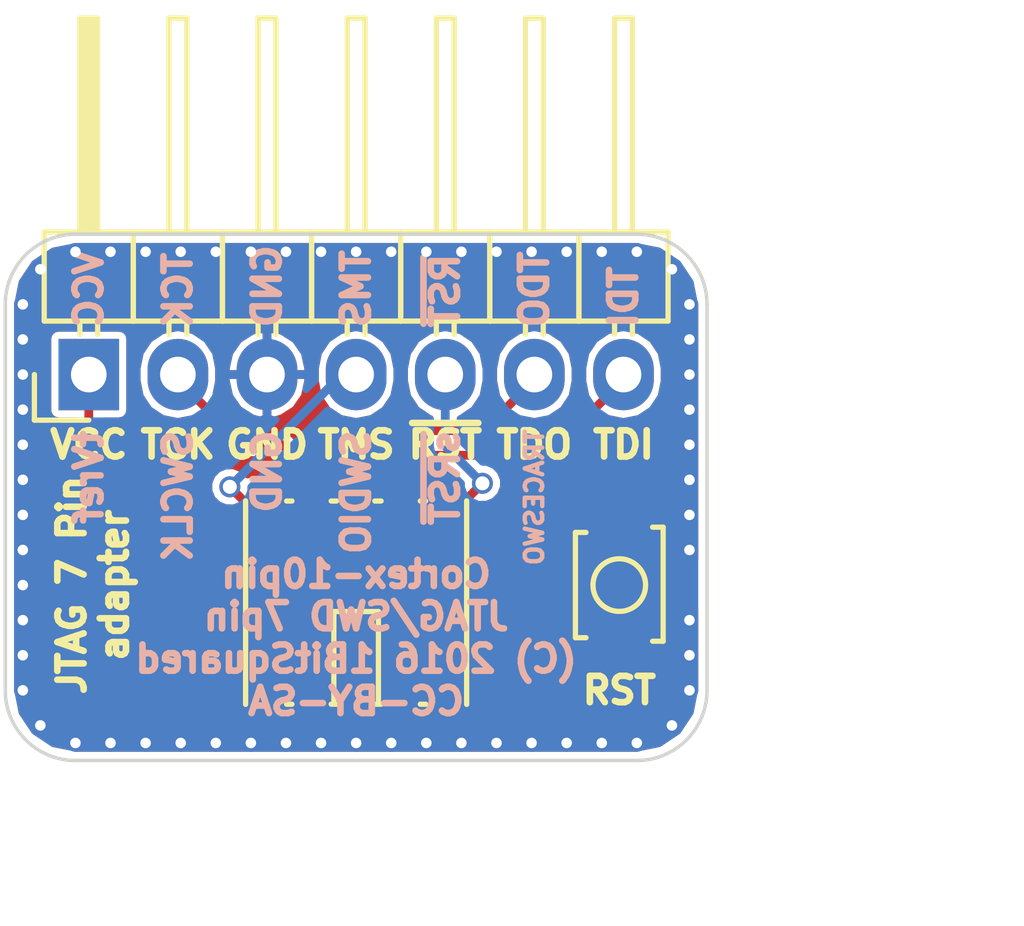
<source format=kicad_pcb>
(kicad_pcb (version 4) (host pcbnew 4.0.4+e1-6308~48~ubuntu16.04.1-stable)

  (general
    (links 0)
    (no_connects 12)
    (area 16.305 23.124999 52.85 51.7)
    (thickness 1.6)
    (drawings 37)
    (tracks 31)
    (zones 0)
    (modules 64)
    (nets 9)
  )

  (page A4)
  (title_block
    (title "JTAG/SWD-7pin adapter")
    (rev V1.0a)
    (company 1BitSquared)
    (comment 1 "(C) 2016")
    (comment 2 "CC-BY-SA V4.0")
  )

  (layers
    (0 F.Cu signal)
    (31 B.Cu signal)
    (32 B.Adhes user)
    (33 F.Adhes user)
    (34 B.Paste user)
    (35 F.Paste user)
    (36 B.SilkS user)
    (37 F.SilkS user)
    (38 B.Mask user)
    (39 F.Mask user)
    (40 Dwgs.User user)
    (41 Cmts.User user)
    (42 Eco1.User user)
    (43 Eco2.User user)
    (44 Edge.Cuts user)
    (45 Margin user)
    (46 B.CrtYd user)
    (47 F.CrtYd user)
    (48 B.Fab user hide)
    (49 F.Fab user hide)
  )

  (setup
    (last_trace_width 0.25)
    (trace_clearance 0.2)
    (zone_clearance 0.2)
    (zone_45_only no)
    (trace_min 0.2)
    (segment_width 0.2)
    (edge_width 0.1)
    (via_size 0.6)
    (via_drill 0.4)
    (via_min_size 0.4)
    (via_min_drill 0.3)
    (uvia_size 0.3)
    (uvia_drill 0.1)
    (uvias_allowed no)
    (uvia_min_size 0.2)
    (uvia_min_drill 0.1)
    (pcb_text_width 0.3)
    (pcb_text_size 1.5 1.5)
    (mod_edge_width 0.15)
    (mod_text_size 1 1)
    (mod_text_width 0.15)
    (pad_size 2.032 1.7272)
    (pad_drill 1.016)
    (pad_to_mask_clearance 0)
    (aux_axis_origin 0 0)
    (grid_origin 30 35.5)
    (visible_elements FFFFFF7F)
    (pcbplotparams
      (layerselection 0x310fc_80000001)
      (usegerberextensions true)
      (excludeedgelayer true)
      (linewidth 0.050000)
      (plotframeref false)
      (viasonmask false)
      (mode 1)
      (useauxorigin false)
      (hpglpennumber 1)
      (hpglpenspeed 20)
      (hpglpendiameter 15)
      (hpglpenoverlay 2)
      (psnegative false)
      (psa4output false)
      (plotreference false)
      (plotvalue false)
      (plotinvisibletext false)
      (padsonsilk false)
      (subtractmaskfromsilk true)
      (outputformat 1)
      (mirror false)
      (drillshape 0)
      (scaleselection 1)
      (outputdirectory gerber))
  )

  (net 0 "")
  (net 1 /RST)
  (net 2 GND)
  (net 3 /TMS)
  (net 4 /VCC)
  (net 5 /TCK)
  (net 6 /TDO)
  (net 7 /TDI)
  (net 8 "Net-(X1-Pad7)")

  (net_class Default "This is the default net class."
    (clearance 0.2)
    (trace_width 0.25)
    (via_dia 0.6)
    (via_drill 0.4)
    (uvia_dia 0.3)
    (uvia_drill 0.1)
    (add_net /RST)
    (add_net /TCK)
    (add_net /TDI)
    (add_net /TDO)
    (add_net /TMS)
    (add_net /VCC)
    (add_net GND)
    (add_net "Net-(X1-Pad7)")
  )

  (module pkl_misc:via0305 (layer F.Cu) (tedit 5848E3C7) (tstamp 5848EBE6)
    (at 39 44)
    (fp_text reference REF** (at 0 0.35) (layer F.SilkS) hide
      (effects (font (size 0.127 0.127) (thickness 0.03175)))
    )
    (fp_text value via0305 (at 0 -0.35) (layer F.Fab) hide
      (effects (font (size 0.127 0.127) (thickness 0.03175)))
    )
    (pad 1 thru_hole circle (at 0 0) (size 0.5 0.5) (drill 0.3) (layers *.Cu)
      (net 2 GND) (zone_connect 2))
  )

  (module pkl_misc:via0305 (layer F.Cu) (tedit 5848E3C7) (tstamp 5848EBE2)
    (at 21 44)
    (fp_text reference REF** (at 0 0.35) (layer F.SilkS) hide
      (effects (font (size 0.127 0.127) (thickness 0.03175)))
    )
    (fp_text value via0305 (at 0 -0.35) (layer F.Fab) hide
      (effects (font (size 0.127 0.127) (thickness 0.03175)))
    )
    (pad 1 thru_hole circle (at 0 0) (size 0.5 0.5) (drill 0.3) (layers *.Cu)
      (net 2 GND) (zone_connect 2))
  )

  (module pkl_misc:via0305 (layer F.Cu) (tedit 5848E3C7) (tstamp 5848EBD3)
    (at 39.5 37)
    (fp_text reference REF** (at 0 0.35) (layer F.SilkS) hide
      (effects (font (size 0.127 0.127) (thickness 0.03175)))
    )
    (fp_text value via0305 (at 0 -0.35) (layer F.Fab) hide
      (effects (font (size 0.127 0.127) (thickness 0.03175)))
    )
    (pad 1 thru_hole circle (at 0 0) (size 0.5 0.5) (drill 0.3) (layers *.Cu)
      (net 2 GND) (zone_connect 2))
  )

  (module pkl_misc:via0305 (layer F.Cu) (tedit 5848E3C7) (tstamp 5848EBCF)
    (at 39.5 36)
    (fp_text reference REF** (at 0 0.35) (layer F.SilkS) hide
      (effects (font (size 0.127 0.127) (thickness 0.03175)))
    )
    (fp_text value via0305 (at 0 -0.35) (layer F.Fab) hide
      (effects (font (size 0.127 0.127) (thickness 0.03175)))
    )
    (pad 1 thru_hole circle (at 0 0) (size 0.5 0.5) (drill 0.3) (layers *.Cu)
      (net 2 GND) (zone_connect 2))
  )

  (module pkl_misc:via0305 (layer F.Cu) (tedit 5848E3C7) (tstamp 5848EBCB)
    (at 39.5 35)
    (fp_text reference REF** (at 0 0.35) (layer F.SilkS) hide
      (effects (font (size 0.127 0.127) (thickness 0.03175)))
    )
    (fp_text value via0305 (at 0 -0.35) (layer F.Fab) hide
      (effects (font (size 0.127 0.127) (thickness 0.03175)))
    )
    (pad 1 thru_hole circle (at 0 0) (size 0.5 0.5) (drill 0.3) (layers *.Cu)
      (net 2 GND) (zone_connect 2))
  )

  (module pkl_misc:via0305 (layer F.Cu) (tedit 5848E3C7) (tstamp 5848EBC7)
    (at 39.5 34)
    (fp_text reference REF** (at 0 0.35) (layer F.SilkS) hide
      (effects (font (size 0.127 0.127) (thickness 0.03175)))
    )
    (fp_text value via0305 (at 0 -0.35) (layer F.Fab) hide
      (effects (font (size 0.127 0.127) (thickness 0.03175)))
    )
    (pad 1 thru_hole circle (at 0 0) (size 0.5 0.5) (drill 0.3) (layers *.Cu)
      (net 2 GND) (zone_connect 2))
  )

  (module pkl_misc:via0305 (layer F.Cu) (tedit 5848E3C7) (tstamp 5848EBC3)
    (at 39.5 43)
    (fp_text reference REF** (at 0 0.35) (layer F.SilkS) hide
      (effects (font (size 0.127 0.127) (thickness 0.03175)))
    )
    (fp_text value via0305 (at 0 -0.35) (layer F.Fab) hide
      (effects (font (size 0.127 0.127) (thickness 0.03175)))
    )
    (pad 1 thru_hole circle (at 0 0) (size 0.5 0.5) (drill 0.3) (layers *.Cu)
      (net 2 GND) (zone_connect 2))
  )

  (module pkl_misc:via0305 (layer F.Cu) (tedit 5848E3C7) (tstamp 5848EBBF)
    (at 39.5 42)
    (fp_text reference REF** (at 0 0.35) (layer F.SilkS) hide
      (effects (font (size 0.127 0.127) (thickness 0.03175)))
    )
    (fp_text value via0305 (at 0 -0.35) (layer F.Fab) hide
      (effects (font (size 0.127 0.127) (thickness 0.03175)))
    )
    (pad 1 thru_hole circle (at 0 0) (size 0.5 0.5) (drill 0.3) (layers *.Cu)
      (net 2 GND) (zone_connect 2))
  )

  (module pkl_misc:via0305 (layer F.Cu) (tedit 5848E3C7) (tstamp 5848EBBB)
    (at 39.5 41)
    (fp_text reference REF** (at 0 0.35) (layer F.SilkS) hide
      (effects (font (size 0.127 0.127) (thickness 0.03175)))
    )
    (fp_text value via0305 (at 0 -0.35) (layer F.Fab) hide
      (effects (font (size 0.127 0.127) (thickness 0.03175)))
    )
    (pad 1 thru_hole circle (at 0 0) (size 0.5 0.5) (drill 0.3) (layers *.Cu)
      (net 2 GND) (zone_connect 2))
  )

  (module pkl_misc:via0305 (layer F.Cu) (tedit 5848E3C7) (tstamp 5848EBB3)
    (at 39.5 39)
    (fp_text reference REF** (at 0 0.35) (layer F.SilkS) hide
      (effects (font (size 0.127 0.127) (thickness 0.03175)))
    )
    (fp_text value via0305 (at 0 -0.35) (layer F.Fab) hide
      (effects (font (size 0.127 0.127) (thickness 0.03175)))
    )
    (pad 1 thru_hole circle (at 0 0) (size 0.5 0.5) (drill 0.3) (layers *.Cu)
      (net 2 GND) (zone_connect 2))
  )

  (module pkl_misc:via0305 (layer F.Cu) (tedit 5848E3C7) (tstamp 5848EBAF)
    (at 39.5 38)
    (fp_text reference REF** (at 0 0.35) (layer F.SilkS) hide
      (effects (font (size 0.127 0.127) (thickness 0.03175)))
    )
    (fp_text value via0305 (at 0 -0.35) (layer F.Fab) hide
      (effects (font (size 0.127 0.127) (thickness 0.03175)))
    )
    (pad 1 thru_hole circle (at 0 0) (size 0.5 0.5) (drill 0.3) (layers *.Cu)
      (net 2 GND) (zone_connect 2))
  )

  (module pkl_misc:via0305 (layer F.Cu) (tedit 5848E3C7) (tstamp 5848EBAB)
    (at 20.5 43)
    (fp_text reference REF** (at 0 0.35) (layer F.SilkS) hide
      (effects (font (size 0.127 0.127) (thickness 0.03175)))
    )
    (fp_text value via0305 (at 0 -0.35) (layer F.Fab) hide
      (effects (font (size 0.127 0.127) (thickness 0.03175)))
    )
    (pad 1 thru_hole circle (at 0 0) (size 0.5 0.5) (drill 0.3) (layers *.Cu)
      (net 2 GND) (zone_connect 2))
  )

  (module pkl_misc:via0305 (layer F.Cu) (tedit 5848E3C7) (tstamp 5848EBA7)
    (at 20.5 42)
    (fp_text reference REF** (at 0 0.35) (layer F.SilkS) hide
      (effects (font (size 0.127 0.127) (thickness 0.03175)))
    )
    (fp_text value via0305 (at 0 -0.35) (layer F.Fab) hide
      (effects (font (size 0.127 0.127) (thickness 0.03175)))
    )
    (pad 1 thru_hole circle (at 0 0) (size 0.5 0.5) (drill 0.3) (layers *.Cu)
      (net 2 GND) (zone_connect 2))
  )

  (module pkl_misc:via0305 (layer F.Cu) (tedit 5848E3C7) (tstamp 5848EBA3)
    (at 20.5 41)
    (fp_text reference REF** (at 0 0.35) (layer F.SilkS) hide
      (effects (font (size 0.127 0.127) (thickness 0.03175)))
    )
    (fp_text value via0305 (at 0 -0.35) (layer F.Fab) hide
      (effects (font (size 0.127 0.127) (thickness 0.03175)))
    )
    (pad 1 thru_hole circle (at 0 0) (size 0.5 0.5) (drill 0.3) (layers *.Cu)
      (net 2 GND) (zone_connect 2))
  )

  (module pkl_misc:via0305 (layer F.Cu) (tedit 5848E3C7) (tstamp 5848EB9F)
    (at 20.5 40)
    (fp_text reference REF** (at 0 0.35) (layer F.SilkS) hide
      (effects (font (size 0.127 0.127) (thickness 0.03175)))
    )
    (fp_text value via0305 (at 0 -0.35) (layer F.Fab) hide
      (effects (font (size 0.127 0.127) (thickness 0.03175)))
    )
    (pad 1 thru_hole circle (at 0 0) (size 0.5 0.5) (drill 0.3) (layers *.Cu)
      (net 2 GND) (zone_connect 2))
  )

  (module pkl_misc:via0305 (layer F.Cu) (tedit 5848E3C7) (tstamp 5848EB9B)
    (at 20.5 39)
    (fp_text reference REF** (at 0 0.35) (layer F.SilkS) hide
      (effects (font (size 0.127 0.127) (thickness 0.03175)))
    )
    (fp_text value via0305 (at 0 -0.35) (layer F.Fab) hide
      (effects (font (size 0.127 0.127) (thickness 0.03175)))
    )
    (pad 1 thru_hole circle (at 0 0) (size 0.5 0.5) (drill 0.3) (layers *.Cu)
      (net 2 GND) (zone_connect 2))
  )

  (module pkl_misc:via0305 (layer F.Cu) (tedit 5848E3C7) (tstamp 5848EB97)
    (at 20.5 38)
    (fp_text reference REF** (at 0 0.35) (layer F.SilkS) hide
      (effects (font (size 0.127 0.127) (thickness 0.03175)))
    )
    (fp_text value via0305 (at 0 -0.35) (layer F.Fab) hide
      (effects (font (size 0.127 0.127) (thickness 0.03175)))
    )
    (pad 1 thru_hole circle (at 0 0) (size 0.5 0.5) (drill 0.3) (layers *.Cu)
      (net 2 GND) (zone_connect 2))
  )

  (module pkl_misc:via0305 (layer F.Cu) (tedit 5848E3C7) (tstamp 5848EB92)
    (at 20.5 37)
    (fp_text reference REF** (at 0 0.35) (layer F.SilkS) hide
      (effects (font (size 0.127 0.127) (thickness 0.03175)))
    )
    (fp_text value via0305 (at 0 -0.35) (layer F.Fab) hide
      (effects (font (size 0.127 0.127) (thickness 0.03175)))
    )
    (pad 1 thru_hole circle (at 0 0) (size 0.5 0.5) (drill 0.3) (layers *.Cu)
      (net 2 GND) (zone_connect 2))
  )

  (module pkl_misc:via0305 (layer F.Cu) (tedit 5848E3C7) (tstamp 5848EB8E)
    (at 20.5 36)
    (fp_text reference REF** (at 0 0.35) (layer F.SilkS) hide
      (effects (font (size 0.127 0.127) (thickness 0.03175)))
    )
    (fp_text value via0305 (at 0 -0.35) (layer F.Fab) hide
      (effects (font (size 0.127 0.127) (thickness 0.03175)))
    )
    (pad 1 thru_hole circle (at 0 0) (size 0.5 0.5) (drill 0.3) (layers *.Cu)
      (net 2 GND) (zone_connect 2))
  )

  (module pkl_misc:via0305 (layer F.Cu) (tedit 5848E3C7) (tstamp 5848EB8A)
    (at 20.5 35)
    (fp_text reference REF** (at 0 0.35) (layer F.SilkS) hide
      (effects (font (size 0.127 0.127) (thickness 0.03175)))
    )
    (fp_text value via0305 (at 0 -0.35) (layer F.Fab) hide
      (effects (font (size 0.127 0.127) (thickness 0.03175)))
    )
    (pad 1 thru_hole circle (at 0 0) (size 0.5 0.5) (drill 0.3) (layers *.Cu)
      (net 2 GND) (zone_connect 2))
  )

  (module pkl_misc:via0305 (layer F.Cu) (tedit 5848E3C7) (tstamp 5848EB86)
    (at 20.5 34)
    (fp_text reference REF** (at 0 0.35) (layer F.SilkS) hide
      (effects (font (size 0.127 0.127) (thickness 0.03175)))
    )
    (fp_text value via0305 (at 0 -0.35) (layer F.Fab) hide
      (effects (font (size 0.127 0.127) (thickness 0.03175)))
    )
    (pad 1 thru_hole circle (at 0 0) (size 0.5 0.5) (drill 0.3) (layers *.Cu)
      (net 2 GND) (zone_connect 2))
  )

  (module pkl_misc:via0305 (layer F.Cu) (tedit 5848E3C7) (tstamp 5848EB82)
    (at 20.5 33)
    (fp_text reference REF** (at 0 0.35) (layer F.SilkS) hide
      (effects (font (size 0.127 0.127) (thickness 0.03175)))
    )
    (fp_text value via0305 (at 0 -0.35) (layer F.Fab) hide
      (effects (font (size 0.127 0.127) (thickness 0.03175)))
    )
    (pad 1 thru_hole circle (at 0 0) (size 0.5 0.5) (drill 0.3) (layers *.Cu)
      (net 2 GND) (zone_connect 2))
  )

  (module pkl_misc:via0305 (layer F.Cu) (tedit 5848E3C7) (tstamp 5848EB7E)
    (at 20.5 32)
    (fp_text reference REF** (at 0 0.35) (layer F.SilkS) hide
      (effects (font (size 0.127 0.127) (thickness 0.03175)))
    )
    (fp_text value via0305 (at 0 -0.35) (layer F.Fab) hide
      (effects (font (size 0.127 0.127) (thickness 0.03175)))
    )
    (pad 1 thru_hole circle (at 0 0) (size 0.5 0.5) (drill 0.3) (layers *.Cu)
      (net 2 GND) (zone_connect 2))
  )

  (module pkl_misc:via0305 (layer F.Cu) (tedit 5848E3C7) (tstamp 5848EB7A)
    (at 21 31)
    (fp_text reference REF** (at 0 0.35) (layer F.SilkS) hide
      (effects (font (size 0.127 0.127) (thickness 0.03175)))
    )
    (fp_text value via0305 (at 0 -0.35) (layer F.Fab) hide
      (effects (font (size 0.127 0.127) (thickness 0.03175)))
    )
    (pad 1 thru_hole circle (at 0 0) (size 0.5 0.5) (drill 0.3) (layers *.Cu)
      (net 2 GND) (zone_connect 2))
  )

  (module pkl_misc:via0305 (layer F.Cu) (tedit 5848E3C7) (tstamp 5848EB73)
    (at 24 44.5)
    (fp_text reference REF** (at 0 0.35) (layer F.SilkS) hide
      (effects (font (size 0.127 0.127) (thickness 0.03175)))
    )
    (fp_text value via0305 (at 0 -0.35) (layer F.Fab) hide
      (effects (font (size 0.127 0.127) (thickness 0.03175)))
    )
    (pad 1 thru_hole circle (at 0 0) (size 0.5 0.5) (drill 0.3) (layers *.Cu)
      (net 2 GND) (zone_connect 2))
  )

  (module pkl_misc:via0305 (layer F.Cu) (tedit 5848E3C7) (tstamp 5848EB6F)
    (at 22 44.5)
    (fp_text reference REF** (at 0 0.35) (layer F.SilkS) hide
      (effects (font (size 0.127 0.127) (thickness 0.03175)))
    )
    (fp_text value via0305 (at 0 -0.35) (layer F.Fab) hide
      (effects (font (size 0.127 0.127) (thickness 0.03175)))
    )
    (pad 1 thru_hole circle (at 0 0) (size 0.5 0.5) (drill 0.3) (layers *.Cu)
      (net 2 GND) (zone_connect 2))
  )

  (module pkl_misc:via0305 (layer F.Cu) (tedit 5848E3C7) (tstamp 5848EB6B)
    (at 25 44.5)
    (fp_text reference REF** (at 0 0.35) (layer F.SilkS) hide
      (effects (font (size 0.127 0.127) (thickness 0.03175)))
    )
    (fp_text value via0305 (at 0 -0.35) (layer F.Fab) hide
      (effects (font (size 0.127 0.127) (thickness 0.03175)))
    )
    (pad 1 thru_hole circle (at 0 0) (size 0.5 0.5) (drill 0.3) (layers *.Cu)
      (net 2 GND) (zone_connect 2))
  )

  (module pkl_misc:via0305 (layer F.Cu) (tedit 5848E3C7) (tstamp 5848EB67)
    (at 26 44.5)
    (fp_text reference REF** (at 0 0.35) (layer F.SilkS) hide
      (effects (font (size 0.127 0.127) (thickness 0.03175)))
    )
    (fp_text value via0305 (at 0 -0.35) (layer F.Fab) hide
      (effects (font (size 0.127 0.127) (thickness 0.03175)))
    )
    (pad 1 thru_hole circle (at 0 0) (size 0.5 0.5) (drill 0.3) (layers *.Cu)
      (net 2 GND) (zone_connect 2))
  )

  (module pkl_misc:via0305 (layer F.Cu) (tedit 5848E3C7) (tstamp 5848EB63)
    (at 23 44.5)
    (fp_text reference REF** (at 0 0.35) (layer F.SilkS) hide
      (effects (font (size 0.127 0.127) (thickness 0.03175)))
    )
    (fp_text value via0305 (at 0 -0.35) (layer F.Fab) hide
      (effects (font (size 0.127 0.127) (thickness 0.03175)))
    )
    (pad 1 thru_hole circle (at 0 0) (size 0.5 0.5) (drill 0.3) (layers *.Cu)
      (net 2 GND) (zone_connect 2))
  )

  (module pkl_misc:via0305 (layer F.Cu) (tedit 5848E3C7) (tstamp 5848EB5F)
    (at 33 44.5)
    (fp_text reference REF** (at 0 0.35) (layer F.SilkS) hide
      (effects (font (size 0.127 0.127) (thickness 0.03175)))
    )
    (fp_text value via0305 (at 0 -0.35) (layer F.Fab) hide
      (effects (font (size 0.127 0.127) (thickness 0.03175)))
    )
    (pad 1 thru_hole circle (at 0 0) (size 0.5 0.5) (drill 0.3) (layers *.Cu)
      (net 2 GND) (zone_connect 2))
  )

  (module pkl_misc:via0305 (layer F.Cu) (tedit 5848E3C7) (tstamp 5848EB5B)
    (at 31 44.5)
    (fp_text reference REF** (at 0 0.35) (layer F.SilkS) hide
      (effects (font (size 0.127 0.127) (thickness 0.03175)))
    )
    (fp_text value via0305 (at 0 -0.35) (layer F.Fab) hide
      (effects (font (size 0.127 0.127) (thickness 0.03175)))
    )
    (pad 1 thru_hole circle (at 0 0) (size 0.5 0.5) (drill 0.3) (layers *.Cu)
      (net 2 GND) (zone_connect 2))
  )

  (module pkl_misc:via0305 (layer F.Cu) (tedit 5848E3C7) (tstamp 5848EB57)
    (at 29 44.5)
    (fp_text reference REF** (at 0 0.35) (layer F.SilkS) hide
      (effects (font (size 0.127 0.127) (thickness 0.03175)))
    )
    (fp_text value via0305 (at 0 -0.35) (layer F.Fab) hide
      (effects (font (size 0.127 0.127) (thickness 0.03175)))
    )
    (pad 1 thru_hole circle (at 0 0) (size 0.5 0.5) (drill 0.3) (layers *.Cu)
      (net 2 GND) (zone_connect 2))
  )

  (module pkl_misc:via0305 (layer F.Cu) (tedit 5848E3C7) (tstamp 5848EB53)
    (at 27 44.5)
    (fp_text reference REF** (at 0 0.35) (layer F.SilkS) hide
      (effects (font (size 0.127 0.127) (thickness 0.03175)))
    )
    (fp_text value via0305 (at 0 -0.35) (layer F.Fab) hide
      (effects (font (size 0.127 0.127) (thickness 0.03175)))
    )
    (pad 1 thru_hole circle (at 0 0) (size 0.5 0.5) (drill 0.3) (layers *.Cu)
      (net 2 GND) (zone_connect 2))
  )

  (module pkl_misc:via0305 (layer F.Cu) (tedit 5848E3C7) (tstamp 5848EB4F)
    (at 28 44.5)
    (fp_text reference REF** (at 0 0.35) (layer F.SilkS) hide
      (effects (font (size 0.127 0.127) (thickness 0.03175)))
    )
    (fp_text value via0305 (at 0 -0.35) (layer F.Fab) hide
      (effects (font (size 0.127 0.127) (thickness 0.03175)))
    )
    (pad 1 thru_hole circle (at 0 0) (size 0.5 0.5) (drill 0.3) (layers *.Cu)
      (net 2 GND) (zone_connect 2))
  )

  (module pkl_misc:via0305 (layer F.Cu) (tedit 5848E3C7) (tstamp 5848EB47)
    (at 38 44.5)
    (fp_text reference REF** (at 0 0.35) (layer F.SilkS) hide
      (effects (font (size 0.127 0.127) (thickness 0.03175)))
    )
    (fp_text value via0305 (at 0 -0.35) (layer F.Fab) hide
      (effects (font (size 0.127 0.127) (thickness 0.03175)))
    )
    (pad 1 thru_hole circle (at 0 0) (size 0.5 0.5) (drill 0.3) (layers *.Cu)
      (net 2 GND) (zone_connect 2))
  )

  (module pkl_misc:via0305 (layer F.Cu) (tedit 5848E3C7) (tstamp 5848EB43)
    (at 35 44.5)
    (fp_text reference REF** (at 0 0.35) (layer F.SilkS) hide
      (effects (font (size 0.127 0.127) (thickness 0.03175)))
    )
    (fp_text value via0305 (at 0 -0.35) (layer F.Fab) hide
      (effects (font (size 0.127 0.127) (thickness 0.03175)))
    )
    (pad 1 thru_hole circle (at 0 0) (size 0.5 0.5) (drill 0.3) (layers *.Cu)
      (net 2 GND) (zone_connect 2))
  )

  (module pkl_misc:via0305 (layer F.Cu) (tedit 5848E3C7) (tstamp 5848EB3F)
    (at 34 44.5)
    (fp_text reference REF** (at 0 0.35) (layer F.SilkS) hide
      (effects (font (size 0.127 0.127) (thickness 0.03175)))
    )
    (fp_text value via0305 (at 0 -0.35) (layer F.Fab) hide
      (effects (font (size 0.127 0.127) (thickness 0.03175)))
    )
    (pad 1 thru_hole circle (at 0 0) (size 0.5 0.5) (drill 0.3) (layers *.Cu)
      (net 2 GND) (zone_connect 2))
  )

  (module pkl_misc:via0305 (layer F.Cu) (tedit 5848E3C7) (tstamp 5848EB3B)
    (at 37 44.5)
    (fp_text reference REF** (at 0 0.35) (layer F.SilkS) hide
      (effects (font (size 0.127 0.127) (thickness 0.03175)))
    )
    (fp_text value via0305 (at 0 -0.35) (layer F.Fab) hide
      (effects (font (size 0.127 0.127) (thickness 0.03175)))
    )
    (pad 1 thru_hole circle (at 0 0) (size 0.5 0.5) (drill 0.3) (layers *.Cu)
      (net 2 GND) (zone_connect 2))
  )

  (module pkl_misc:via0305 (layer F.Cu) (tedit 5848E3C7) (tstamp 5848EB37)
    (at 36 44.5)
    (fp_text reference REF** (at 0 0.35) (layer F.SilkS) hide
      (effects (font (size 0.127 0.127) (thickness 0.03175)))
    )
    (fp_text value via0305 (at 0 -0.35) (layer F.Fab) hide
      (effects (font (size 0.127 0.127) (thickness 0.03175)))
    )
    (pad 1 thru_hole circle (at 0 0) (size 0.5 0.5) (drill 0.3) (layers *.Cu)
      (net 2 GND) (zone_connect 2))
  )

  (module pkl_misc:via0305 (layer F.Cu) (tedit 5848E3C7) (tstamp 5848EB33)
    (at 32 44.5)
    (fp_text reference REF** (at 0 0.35) (layer F.SilkS) hide
      (effects (font (size 0.127 0.127) (thickness 0.03175)))
    )
    (fp_text value via0305 (at 0 -0.35) (layer F.Fab) hide
      (effects (font (size 0.127 0.127) (thickness 0.03175)))
    )
    (pad 1 thru_hole circle (at 0 0) (size 0.5 0.5) (drill 0.3) (layers *.Cu)
      (net 2 GND) (zone_connect 2))
  )

  (module pkl_misc:via0305 (layer F.Cu) (tedit 5848E3C7) (tstamp 5848EAC0)
    (at 22 30.5)
    (fp_text reference REF** (at 0 0.35) (layer F.SilkS) hide
      (effects (font (size 0.127 0.127) (thickness 0.03175)))
    )
    (fp_text value via0305 (at 0 -0.35) (layer F.Fab) hide
      (effects (font (size 0.127 0.127) (thickness 0.03175)))
    )
    (pad 1 thru_hole circle (at 0 0) (size 0.5 0.5) (drill 0.3) (layers *.Cu)
      (net 2 GND) (zone_connect 2))
  )

  (module pkl_misc:via0305 (layer F.Cu) (tedit 5848E3C7) (tstamp 5848EAB8)
    (at 23 30.5)
    (fp_text reference REF** (at 0 0.35) (layer F.SilkS) hide
      (effects (font (size 0.127 0.127) (thickness 0.03175)))
    )
    (fp_text value via0305 (at 0 -0.35) (layer F.Fab) hide
      (effects (font (size 0.127 0.127) (thickness 0.03175)))
    )
    (pad 1 thru_hole circle (at 0 0) (size 0.5 0.5) (drill 0.3) (layers *.Cu)
      (net 2 GND) (zone_connect 2))
  )

  (module pkl_misc:via0305 (layer F.Cu) (tedit 5848E3C7) (tstamp 5848EAAC)
    (at 27 30.5)
    (fp_text reference REF** (at 0 0.35) (layer F.SilkS) hide
      (effects (font (size 0.127 0.127) (thickness 0.03175)))
    )
    (fp_text value via0305 (at 0 -0.35) (layer F.Fab) hide
      (effects (font (size 0.127 0.127) (thickness 0.03175)))
    )
    (pad 1 thru_hole circle (at 0 0) (size 0.5 0.5) (drill 0.3) (layers *.Cu)
      (net 2 GND) (zone_connect 2))
  )

  (module pkl_misc:via0305 (layer F.Cu) (tedit 5848E3C7) (tstamp 5848EAA8)
    (at 28 30.5)
    (fp_text reference REF** (at 0 0.35) (layer F.SilkS) hide
      (effects (font (size 0.127 0.127) (thickness 0.03175)))
    )
    (fp_text value via0305 (at 0 -0.35) (layer F.Fab) hide
      (effects (font (size 0.127 0.127) (thickness 0.03175)))
    )
    (pad 1 thru_hole circle (at 0 0) (size 0.5 0.5) (drill 0.3) (layers *.Cu)
      (net 2 GND) (zone_connect 2))
  )

  (module pkl_misc:via0305 (layer F.Cu) (tedit 5848E3C7) (tstamp 5848EAA4)
    (at 26 30.5)
    (fp_text reference REF** (at 0 0.35) (layer F.SilkS) hide
      (effects (font (size 0.127 0.127) (thickness 0.03175)))
    )
    (fp_text value via0305 (at 0 -0.35) (layer F.Fab) hide
      (effects (font (size 0.127 0.127) (thickness 0.03175)))
    )
    (pad 1 thru_hole circle (at 0 0) (size 0.5 0.5) (drill 0.3) (layers *.Cu)
      (net 2 GND) (zone_connect 2))
  )

  (module pkl_misc:via0305 (layer F.Cu) (tedit 5848E3C7) (tstamp 5848EAA0)
    (at 29 30.5)
    (fp_text reference REF** (at 0 0.35) (layer F.SilkS) hide
      (effects (font (size 0.127 0.127) (thickness 0.03175)))
    )
    (fp_text value via0305 (at 0 -0.35) (layer F.Fab) hide
      (effects (font (size 0.127 0.127) (thickness 0.03175)))
    )
    (pad 1 thru_hole circle (at 0 0) (size 0.5 0.5) (drill 0.3) (layers *.Cu)
      (net 2 GND) (zone_connect 2))
  )

  (module pkl_misc:via0305 (layer F.Cu) (tedit 5848E3C7) (tstamp 5848EA9C)
    (at 25 30.5)
    (fp_text reference REF** (at 0 0.35) (layer F.SilkS) hide
      (effects (font (size 0.127 0.127) (thickness 0.03175)))
    )
    (fp_text value via0305 (at 0 -0.35) (layer F.Fab) hide
      (effects (font (size 0.127 0.127) (thickness 0.03175)))
    )
    (pad 1 thru_hole circle (at 0 0) (size 0.5 0.5) (drill 0.3) (layers *.Cu)
      (net 2 GND) (zone_connect 2))
  )

  (module pkl_misc:via0305 (layer F.Cu) (tedit 5848E3C7) (tstamp 5848EA98)
    (at 24 30.5)
    (fp_text reference REF** (at 0 0.35) (layer F.SilkS) hide
      (effects (font (size 0.127 0.127) (thickness 0.03175)))
    )
    (fp_text value via0305 (at 0 -0.35) (layer F.Fab) hide
      (effects (font (size 0.127 0.127) (thickness 0.03175)))
    )
    (pad 1 thru_hole circle (at 0 0) (size 0.5 0.5) (drill 0.3) (layers *.Cu)
      (net 2 GND) (zone_connect 2))
  )

  (module pkl_misc:via0305 (layer F.Cu) (tedit 5848E3C7) (tstamp 5848EA23)
    (at 30 44.5)
    (fp_text reference REF** (at 0 0.35) (layer F.SilkS) hide
      (effects (font (size 0.127 0.127) (thickness 0.03175)))
    )
    (fp_text value via0305 (at 0 -0.35) (layer F.Fab) hide
      (effects (font (size 0.127 0.127) (thickness 0.03175)))
    )
    (pad 1 thru_hole circle (at 0 0) (size 0.5 0.5) (drill 0.3) (layers *.Cu)
      (net 2 GND) (zone_connect 2))
  )

  (module pkl_misc:via0305 (layer F.Cu) (tedit 5848E3C7) (tstamp 5848E8C9)
    (at 39.5 33)
    (fp_text reference REF** (at 0 0.35) (layer F.SilkS) hide
      (effects (font (size 0.127 0.127) (thickness 0.03175)))
    )
    (fp_text value via0305 (at 0 -0.35) (layer F.Fab) hide
      (effects (font (size 0.127 0.127) (thickness 0.03175)))
    )
    (pad 1 thru_hole circle (at 0 0) (size 0.5 0.5) (drill 0.3) (layers *.Cu)
      (net 2 GND) (zone_connect 2))
  )

  (module pkl_misc:via0305 (layer F.Cu) (tedit 5848E3C7) (tstamp 5848E8C5)
    (at 39.5 32)
    (fp_text reference REF** (at 0 0.35) (layer F.SilkS) hide
      (effects (font (size 0.127 0.127) (thickness 0.03175)))
    )
    (fp_text value via0305 (at 0 -0.35) (layer F.Fab) hide
      (effects (font (size 0.127 0.127) (thickness 0.03175)))
    )
    (pad 1 thru_hole circle (at 0 0) (size 0.5 0.5) (drill 0.3) (layers *.Cu)
      (net 2 GND) (zone_connect 2))
  )

  (module pkl_misc:via0305 (layer F.Cu) (tedit 5848E3C7) (tstamp 5848E8C1)
    (at 38 30.5)
    (fp_text reference REF** (at 0 0.35) (layer F.SilkS) hide
      (effects (font (size 0.127 0.127) (thickness 0.03175)))
    )
    (fp_text value via0305 (at 0 -0.35) (layer F.Fab) hide
      (effects (font (size 0.127 0.127) (thickness 0.03175)))
    )
    (pad 1 thru_hole circle (at 0 0) (size 0.5 0.5) (drill 0.3) (layers *.Cu)
      (net 2 GND) (zone_connect 2))
  )

  (module pkl_misc:via0305 (layer F.Cu) (tedit 5848E3C7) (tstamp 5848E8BD)
    (at 37 30.5)
    (fp_text reference REF** (at 0 0.35) (layer F.SilkS) hide
      (effects (font (size 0.127 0.127) (thickness 0.03175)))
    )
    (fp_text value via0305 (at 0 -0.35) (layer F.Fab) hide
      (effects (font (size 0.127 0.127) (thickness 0.03175)))
    )
    (pad 1 thru_hole circle (at 0 0) (size 0.5 0.5) (drill 0.3) (layers *.Cu)
      (net 2 GND) (zone_connect 2))
  )

  (module pkl_misc:via0305 (layer F.Cu) (tedit 5848E3C7) (tstamp 5848E8B9)
    (at 36 30.5)
    (fp_text reference REF** (at 0 0.35) (layer F.SilkS) hide
      (effects (font (size 0.127 0.127) (thickness 0.03175)))
    )
    (fp_text value via0305 (at 0 -0.35) (layer F.Fab) hide
      (effects (font (size 0.127 0.127) (thickness 0.03175)))
    )
    (pad 1 thru_hole circle (at 0 0) (size 0.5 0.5) (drill 0.3) (layers *.Cu)
      (net 2 GND) (zone_connect 2))
  )

  (module pkl_misc:via0305 (layer F.Cu) (tedit 5848E3C7) (tstamp 5848E8B5)
    (at 35 30.5)
    (fp_text reference REF** (at 0 0.35) (layer F.SilkS) hide
      (effects (font (size 0.127 0.127) (thickness 0.03175)))
    )
    (fp_text value via0305 (at 0 -0.35) (layer F.Fab) hide
      (effects (font (size 0.127 0.127) (thickness 0.03175)))
    )
    (pad 1 thru_hole circle (at 0 0) (size 0.5 0.5) (drill 0.3) (layers *.Cu)
      (net 2 GND) (zone_connect 2))
  )

  (module pkl_misc:via0305 (layer F.Cu) (tedit 5848E3C7) (tstamp 5848E8B1)
    (at 34 30.5)
    (fp_text reference REF** (at 0 0.35) (layer F.SilkS) hide
      (effects (font (size 0.127 0.127) (thickness 0.03175)))
    )
    (fp_text value via0305 (at 0 -0.35) (layer F.Fab) hide
      (effects (font (size 0.127 0.127) (thickness 0.03175)))
    )
    (pad 1 thru_hole circle (at 0 0) (size 0.5 0.5) (drill 0.3) (layers *.Cu)
      (net 2 GND) (zone_connect 2))
  )

  (module pkl_misc:via0305 (layer F.Cu) (tedit 5848E3C7) (tstamp 5848E8AD)
    (at 33 30.5)
    (fp_text reference REF** (at 0 0.35) (layer F.SilkS) hide
      (effects (font (size 0.127 0.127) (thickness 0.03175)))
    )
    (fp_text value via0305 (at 0 -0.35) (layer F.Fab) hide
      (effects (font (size 0.127 0.127) (thickness 0.03175)))
    )
    (pad 1 thru_hole circle (at 0 0) (size 0.5 0.5) (drill 0.3) (layers *.Cu)
      (net 2 GND) (zone_connect 2))
  )

  (module pkl_misc:via0305 (layer F.Cu) (tedit 5848E3C7) (tstamp 5848E8A9)
    (at 32 30.5)
    (fp_text reference REF** (at 0 0.35) (layer F.SilkS) hide
      (effects (font (size 0.127 0.127) (thickness 0.03175)))
    )
    (fp_text value via0305 (at 0 -0.35) (layer F.Fab) hide
      (effects (font (size 0.127 0.127) (thickness 0.03175)))
    )
    (pad 1 thru_hole circle (at 0 0) (size 0.5 0.5) (drill 0.3) (layers *.Cu)
      (net 2 GND) (zone_connect 2))
  )

  (module pkl_misc:via0305 (layer F.Cu) (tedit 5848E3C7) (tstamp 5848E8A5)
    (at 31 30.5)
    (fp_text reference REF** (at 0 0.35) (layer F.SilkS) hide
      (effects (font (size 0.127 0.127) (thickness 0.03175)))
    )
    (fp_text value via0305 (at 0 -0.35) (layer F.Fab) hide
      (effects (font (size 0.127 0.127) (thickness 0.03175)))
    )
    (pad 1 thru_hole circle (at 0 0) (size 0.5 0.5) (drill 0.3) (layers *.Cu)
      (net 2 GND) (zone_connect 2))
  )

  (module pkl_misc:via0305 (layer F.Cu) (tedit 5848E3C7) (tstamp 5848E8A1)
    (at 30 30.5)
    (fp_text reference REF** (at 0 0.35) (layer F.SilkS) hide
      (effects (font (size 0.127 0.127) (thickness 0.03175)))
    )
    (fp_text value via0305 (at 0 -0.35) (layer F.Fab) hide
      (effects (font (size 0.127 0.127) (thickness 0.03175)))
    )
    (pad 1 thru_hole circle (at 0 0) (size 0.5 0.5) (drill 0.3) (layers *.Cu)
      (net 2 GND) (zone_connect 2))
  )

  (module pkl_buttons_switches:Tact_Switch_Top_GND_B3U-1100P (layer F.Cu) (tedit 5753DBA8) (tstamp 5847B879)
    (at 37.5 40 180)
    (path /56C4161E)
    (fp_text reference SW1 (at -3.5 0 450) (layer F.Fab)
      (effects (font (size 1 1) (thickness 0.15)))
    )
    (fp_text value TACT_G (at 2.5 0 450) (layer F.Fab)
      (effects (font (size 1 1) (thickness 0.15)))
    )
    (fp_line (start -2.1 -2.2) (end 1.45 -2.2) (layer F.CrtYd) (width 0.05))
    (fp_line (start -2.1 2.2) (end -2.1 -2.2) (layer F.CrtYd) (width 0.05))
    (fp_line (start 1.45 2.2) (end -2.1 2.2) (layer F.CrtYd) (width 0.05))
    (fp_line (start 1.45 -2.2) (end 1.45 2.2) (layer F.CrtYd) (width 0.05))
    (fp_line (start -1.25 1.65) (end -0.95 1.65) (layer F.SilkS) (width 0.15))
    (fp_line (start -1.25 -1.6) (end -0.95 -1.6) (layer F.SilkS) (width 0.15))
    (fp_line (start 1.25 1.5) (end 0.95 1.5) (layer F.SilkS) (width 0.15))
    (fp_line (start 1.25 -1.5) (end 0.95 -1.5) (layer F.SilkS) (width 0.15))
    (fp_line (start -1.25 -1.6) (end -1.25 1.65) (layer F.SilkS) (width 0.15))
    (fp_line (start 1.25 -1.5) (end 1.25 1.5) (layer F.SilkS) (width 0.15))
    (fp_circle (center 0 0) (end 0 0.75) (layer F.SilkS) (width 0.15))
    (pad 1 smd rect (at 0 -1.7 90) (size 0.8 1.7) (layers F.Cu F.Paste F.Mask)
      (net 2 GND))
    (pad 2 smd rect (at 0 1.7 90) (size 0.8 1.7) (layers F.Cu F.Paste F.Mask)
      (net 1 /RST))
    (pad GND smd rect (at -1.65 0 90) (size 0.8 1.1) (layers F.Cu F.Paste F.Mask)
      (net 2 GND))
    (model esden/buttons/b3u_1100p.wrl
      (at (xyz 0 0 0))
      (scale (xyz 400 400 400))
      (rotate (xyz 270 0 90))
    )
  )

  (module Pin_Headers:Pin_Header_Angled_1x07 (layer F.Cu) (tedit 5848E8E5) (tstamp 58481A82)
    (at 22.38 34 90)
    (descr "Through hole pin header")
    (tags "pin header")
    (path /5847B5EE)
    (fp_text reference X2 (at 0 -5.1 90) (layer F.Fab)
      (effects (font (size 1 1) (thickness 0.15)))
    )
    (fp_text value JTAG-7 (at 0 -3.1 90) (layer F.Fab)
      (effects (font (size 1 1) (thickness 0.15)))
    )
    (fp_line (start -1.5 -1.75) (end -1.5 17) (layer F.CrtYd) (width 0.05))
    (fp_line (start 10.65 -1.75) (end 10.65 17) (layer F.CrtYd) (width 0.05))
    (fp_line (start -1.5 -1.75) (end 10.65 -1.75) (layer F.CrtYd) (width 0.05))
    (fp_line (start -1.5 17) (end 10.65 17) (layer F.CrtYd) (width 0.05))
    (fp_line (start -1.3 -1.55) (end -1.3 0) (layer F.SilkS) (width 0.15))
    (fp_line (start 0 -1.55) (end -1.3 -1.55) (layer F.SilkS) (width 0.15))
    (fp_line (start 4.191 -0.127) (end 10.033 -0.127) (layer F.SilkS) (width 0.15))
    (fp_line (start 10.033 -0.127) (end 10.033 0.127) (layer F.SilkS) (width 0.15))
    (fp_line (start 10.033 0.127) (end 4.191 0.127) (layer F.SilkS) (width 0.15))
    (fp_line (start 4.191 0.127) (end 4.191 0) (layer F.SilkS) (width 0.15))
    (fp_line (start 4.191 0) (end 10.033 0) (layer F.SilkS) (width 0.15))
    (fp_line (start 1.524 -0.254) (end 1.143 -0.254) (layer F.SilkS) (width 0.15))
    (fp_line (start 1.524 0.254) (end 1.143 0.254) (layer F.SilkS) (width 0.15))
    (fp_line (start 1.524 2.286) (end 1.143 2.286) (layer F.SilkS) (width 0.15))
    (fp_line (start 1.524 2.794) (end 1.143 2.794) (layer F.SilkS) (width 0.15))
    (fp_line (start 1.524 4.826) (end 1.143 4.826) (layer F.SilkS) (width 0.15))
    (fp_line (start 1.524 5.334) (end 1.143 5.334) (layer F.SilkS) (width 0.15))
    (fp_line (start 1.524 7.366) (end 1.143 7.366) (layer F.SilkS) (width 0.15))
    (fp_line (start 1.524 7.874) (end 1.143 7.874) (layer F.SilkS) (width 0.15))
    (fp_line (start 1.524 15.494) (end 1.143 15.494) (layer F.SilkS) (width 0.15))
    (fp_line (start 1.524 14.986) (end 1.143 14.986) (layer F.SilkS) (width 0.15))
    (fp_line (start 1.524 12.954) (end 1.143 12.954) (layer F.SilkS) (width 0.15))
    (fp_line (start 1.524 12.446) (end 1.143 12.446) (layer F.SilkS) (width 0.15))
    (fp_line (start 1.524 10.414) (end 1.143 10.414) (layer F.SilkS) (width 0.15))
    (fp_line (start 1.524 9.906) (end 1.143 9.906) (layer F.SilkS) (width 0.15))
    (fp_line (start 4.064 1.27) (end 4.064 -1.27) (layer F.SilkS) (width 0.15))
    (fp_line (start 10.16 0.254) (end 4.064 0.254) (layer F.SilkS) (width 0.15))
    (fp_line (start 10.16 -0.254) (end 10.16 0.254) (layer F.SilkS) (width 0.15))
    (fp_line (start 4.064 -0.254) (end 10.16 -0.254) (layer F.SilkS) (width 0.15))
    (fp_line (start 1.524 1.27) (end 4.064 1.27) (layer F.SilkS) (width 0.15))
    (fp_line (start 1.524 -1.27) (end 1.524 1.27) (layer F.SilkS) (width 0.15))
    (fp_line (start 1.524 -1.27) (end 4.064 -1.27) (layer F.SilkS) (width 0.15))
    (fp_line (start 1.524 3.81) (end 4.064 3.81) (layer F.SilkS) (width 0.15))
    (fp_line (start 1.524 3.81) (end 1.524 6.35) (layer F.SilkS) (width 0.15))
    (fp_line (start 1.524 6.35) (end 4.064 6.35) (layer F.SilkS) (width 0.15))
    (fp_line (start 4.064 4.826) (end 10.16 4.826) (layer F.SilkS) (width 0.15))
    (fp_line (start 10.16 4.826) (end 10.16 5.334) (layer F.SilkS) (width 0.15))
    (fp_line (start 10.16 5.334) (end 4.064 5.334) (layer F.SilkS) (width 0.15))
    (fp_line (start 4.064 6.35) (end 4.064 3.81) (layer F.SilkS) (width 0.15))
    (fp_line (start 4.064 3.81) (end 4.064 1.27) (layer F.SilkS) (width 0.15))
    (fp_line (start 10.16 2.794) (end 4.064 2.794) (layer F.SilkS) (width 0.15))
    (fp_line (start 10.16 2.286) (end 10.16 2.794) (layer F.SilkS) (width 0.15))
    (fp_line (start 4.064 2.286) (end 10.16 2.286) (layer F.SilkS) (width 0.15))
    (fp_line (start 1.524 3.81) (end 4.064 3.81) (layer F.SilkS) (width 0.15))
    (fp_line (start 1.524 1.27) (end 1.524 3.81) (layer F.SilkS) (width 0.15))
    (fp_line (start 1.524 1.27) (end 4.064 1.27) (layer F.SilkS) (width 0.15))
    (fp_line (start 1.524 11.43) (end 4.064 11.43) (layer F.SilkS) (width 0.15))
    (fp_line (start 1.524 11.43) (end 1.524 13.97) (layer F.SilkS) (width 0.15))
    (fp_line (start 1.524 13.97) (end 4.064 13.97) (layer F.SilkS) (width 0.15))
    (fp_line (start 4.064 12.446) (end 10.16 12.446) (layer F.SilkS) (width 0.15))
    (fp_line (start 10.16 12.446) (end 10.16 12.954) (layer F.SilkS) (width 0.15))
    (fp_line (start 10.16 12.954) (end 4.064 12.954) (layer F.SilkS) (width 0.15))
    (fp_line (start 4.064 13.97) (end 4.064 11.43) (layer F.SilkS) (width 0.15))
    (fp_line (start 4.064 16.51) (end 4.064 13.97) (layer F.SilkS) (width 0.15))
    (fp_line (start 10.16 15.494) (end 4.064 15.494) (layer F.SilkS) (width 0.15))
    (fp_line (start 10.16 14.986) (end 10.16 15.494) (layer F.SilkS) (width 0.15))
    (fp_line (start 4.064 14.986) (end 10.16 14.986) (layer F.SilkS) (width 0.15))
    (fp_line (start 1.524 16.51) (end 4.064 16.51) (layer F.SilkS) (width 0.15))
    (fp_line (start 1.524 13.97) (end 1.524 16.51) (layer F.SilkS) (width 0.15))
    (fp_line (start 1.524 13.97) (end 4.064 13.97) (layer F.SilkS) (width 0.15))
    (fp_line (start 1.524 8.89) (end 4.064 8.89) (layer F.SilkS) (width 0.15))
    (fp_line (start 1.524 8.89) (end 1.524 11.43) (layer F.SilkS) (width 0.15))
    (fp_line (start 1.524 11.43) (end 4.064 11.43) (layer F.SilkS) (width 0.15))
    (fp_line (start 4.064 9.906) (end 10.16 9.906) (layer F.SilkS) (width 0.15))
    (fp_line (start 10.16 9.906) (end 10.16 10.414) (layer F.SilkS) (width 0.15))
    (fp_line (start 10.16 10.414) (end 4.064 10.414) (layer F.SilkS) (width 0.15))
    (fp_line (start 4.064 11.43) (end 4.064 8.89) (layer F.SilkS) (width 0.15))
    (fp_line (start 4.064 8.89) (end 4.064 6.35) (layer F.SilkS) (width 0.15))
    (fp_line (start 10.16 7.874) (end 4.064 7.874) (layer F.SilkS) (width 0.15))
    (fp_line (start 10.16 7.366) (end 10.16 7.874) (layer F.SilkS) (width 0.15))
    (fp_line (start 4.064 7.366) (end 10.16 7.366) (layer F.SilkS) (width 0.15))
    (fp_line (start 1.524 8.89) (end 4.064 8.89) (layer F.SilkS) (width 0.15))
    (fp_line (start 1.524 6.35) (end 1.524 8.89) (layer F.SilkS) (width 0.15))
    (fp_line (start 1.524 6.35) (end 4.064 6.35) (layer F.SilkS) (width 0.15))
    (pad 1 thru_hole rect (at 0 0 90) (size 2.032 1.7272) (drill 1.016) (layers *.Cu *.Mask)
      (net 4 /VCC))
    (pad 2 thru_hole oval (at 0 2.54 90) (size 2.032 1.7272) (drill 1.016) (layers *.Cu *.Mask)
      (net 5 /TCK))
    (pad 3 thru_hole oval (at 0 5.08 90) (size 2.032 1.7272) (drill 1.016) (layers *.Cu *.Mask)
      (net 2 GND))
    (pad 4 thru_hole oval (at 0 7.62 90) (size 2.032 1.7272) (drill 1.016) (layers *.Cu *.Mask)
      (net 3 /TMS))
    (pad 5 thru_hole oval (at 0 10.16 90) (size 2.032 1.7272) (drill 1.016) (layers *.Cu *.Mask)
      (net 1 /RST))
    (pad 6 thru_hole oval (at 0 12.7 90) (size 2.032 1.7272) (drill 1.016) (layers *.Cu *.Mask)
      (net 6 /TDO))
    (pad 7 thru_hole oval (at 0 15.24 90) (size 2.032 1.7272) (drill 1.016) (layers *.Cu *.Mask)
      (net 7 /TDI))
    (model Pin_Headers.3dshapes/Pin_Header_Angled_1x07.wrl
      (at (xyz 0 -0.3 0))
      (scale (xyz 1 1 1))
      (rotate (xyz 0 0 90))
    )
  )

  (module pkl_samtec:FTSH-105-XX-X-DV (layer F.Cu) (tedit 576E3874) (tstamp 58487BA2)
    (at 30 40.5 180)
    (path /56B39A9A)
    (fp_text reference X1 (at 0 4.5 180) (layer F.Fab)
      (effects (font (size 1 1) (thickness 0.15)))
    )
    (fp_text value JTAG-10 (at 0 -4.5 180) (layer F.Fab)
      (effects (font (size 1 1) (thickness 0.15)))
    )
    (fp_line (start -3.3 -3.05) (end 3.3 -3.05) (layer F.CrtYd) (width 0.05))
    (fp_line (start -3.3 3.05) (end -3.3 -3.05) (layer F.CrtYd) (width 0.05))
    (fp_line (start 3.3 3.05) (end -3.3 3.05) (layer F.CrtYd) (width 0.05))
    (fp_line (start 3.3 -3.05) (end 3.3 3.05) (layer F.CrtYd) (width 0.05))
    (fp_line (start -0.635 -0.254) (end -0.635 -2.794) (layer F.SilkS) (width 0.15))
    (fp_line (start 0.635 -0.254) (end -0.635 -0.254) (layer F.SilkS) (width 0.15))
    (fp_line (start 0.635 -2.794) (end 0.635 -0.254) (layer F.SilkS) (width 0.15))
    (fp_line (start 1.8288 2.8956) (end 1.9812 2.8956) (layer F.SilkS) (width 0.15))
    (fp_line (start 0.5588 2.8956) (end 0.7112 2.8956) (layer F.SilkS) (width 0.15))
    (fp_line (start -0.7112 2.8956) (end -0.5334 2.8956) (layer F.SilkS) (width 0.15))
    (fp_line (start -1.9812 2.8956) (end -1.8288 2.8956) (layer F.SilkS) (width 0.15))
    (fp_line (start -1.8288 -2.8956) (end -1.9812 -2.8956) (layer F.SilkS) (width 0.15))
    (fp_line (start -0.5588 -2.8956) (end -0.7112 -2.8956) (layer F.SilkS) (width 0.15))
    (fp_line (start 0.7112 -2.8956) (end 0.5588 -2.8956) (layer F.SilkS) (width 0.15))
    (fp_line (start 1.9812 -2.8956) (end 1.8288 -2.8956) (layer F.SilkS) (width 0.15))
    (fp_line (start 3.15 2.9) (end 3.15 -2.9) (layer F.SilkS) (width 0.15))
    (fp_line (start -3.15 2.9) (end -3.15 -2.9) (layer F.SilkS) (width 0.15))
    (pad 1 smd rect (at 2.54 -2) (size 0.74 2.8) (layers F.Cu F.Paste F.Mask)
      (net 4 /VCC))
    (pad 2 smd rect (at 2.54 2) (size 0.74 2.8) (layers F.Cu F.Paste F.Mask)
      (net 3 /TMS))
    (pad 3 smd rect (at 1.27 -2) (size 0.74 2.8) (layers F.Cu F.Paste F.Mask)
      (net 2 GND))
    (pad 4 smd rect (at 1.27 2) (size 0.74 2.8) (layers F.Cu F.Paste F.Mask)
      (net 5 /TCK))
    (pad 5 smd rect (at 0 -2) (size 0.74 2.8) (layers F.Cu F.Paste F.Mask)
      (net 2 GND))
    (pad 6 smd rect (at 0 2) (size 0.74 2.8) (layers F.Cu F.Paste F.Mask)
      (net 6 /TDO))
    (pad 7 smd rect (at -1.27 -2) (size 0.74 2.8) (layers F.Cu F.Paste F.Mask)
      (net 8 "Net-(X1-Pad7)"))
    (pad 8 smd rect (at -1.27 2) (size 0.74 2.8) (layers F.Cu F.Paste F.Mask)
      (net 7 /TDI))
    (pad 9 smd rect (at -2.54 -2) (size 0.74 2.8) (layers F.Cu F.Paste F.Mask)
      (net 2 GND))
    (pad 10 smd rect (at -2.54 2) (size 0.74 2.8) (layers F.Cu F.Paste F.Mask)
      (net 1 /RST))
    (model walter/conn_strip/vasch_strip_5x2.wrl
      (at (xyz 0 0 0))
      (scale (xyz 0.5 0.5 0.5))
      (rotate (xyz 0 0 180))
    )
  )

  (module pkl_misc:via0305 (layer F.Cu) (tedit 5848E3C7) (tstamp 5848E895)
    (at 39 31)
    (fp_text reference REF** (at 0 0.35) (layer F.SilkS) hide
      (effects (font (size 0.127 0.127) (thickness 0.03175)))
    )
    (fp_text value via0305 (at 0 -0.35) (layer F.Fab) hide
      (effects (font (size 0.127 0.127) (thickness 0.03175)))
    )
    (pad 1 thru_hole circle (at 0 0) (size 0.5 0.5) (drill 0.3) (layers *.Cu)
      (net 2 GND) (zone_connect 2))
  )

  (gr_text "Cortex-10pin\nJTAG/SWD 7pin\n(C) 2016 1BitSquared\nCC-BY-SA" (at 30 41.5) (layer B.SilkS) (tstamp 5848F1EA)
    (effects (font (size 0.75 0.75) (thickness 0.1875)) (justify mirror))
  )
  (gr_text VCC (at 22.38 32.75 90) (layer B.SilkS) (tstamp 5848F15F)
    (effects (font (size 0.75 0.75) (thickness 0.1875)) (justify right mirror))
  )
  (gr_text TCK (at 24.92 32.75 90) (layer B.SilkS) (tstamp 5848F155)
    (effects (font (size 0.75 0.75) (thickness 0.1875)) (justify right mirror))
  )
  (gr_text GND (at 27.46 32.75 90) (layer B.SilkS) (tstamp 5848F14C)
    (effects (font (size 0.75 0.75) (thickness 0.1875)) (justify right mirror))
  )
  (gr_text TMS (at 30 32.75 90) (layer B.SilkS) (tstamp 5848F149)
    (effects (font (size 0.75 0.75) (thickness 0.1875)) (justify right mirror))
  )
  (gr_text ~RST~ (at 32.54 32.75 90) (layer B.SilkS) (tstamp 5848F144)
    (effects (font (size 0.75 0.75) (thickness 0.1875)) (justify right mirror))
  )
  (gr_text TDI (at 37.62 32.75 90) (layer B.SilkS) (tstamp 5848EFD3)
    (effects (font (size 0.75 0.75) (thickness 0.1875)) (justify right mirror))
  )
  (gr_text TRACESWO (at 35.08 35.5 90) (layer B.SilkS) (tstamp 5848EFB5)
    (effects (font (size 0.5 0.5) (thickness 0.125)) (justify left mirror))
  )
  (gr_text TDO (at 35.08 32.75 90) (layer B.SilkS) (tstamp 5848EF0A)
    (effects (font (size 0.75 0.75) (thickness 0.1875)) (justify right mirror))
  )
  (gr_text ~sRST~ (at 32.54 35.5 90) (layer B.SilkS) (tstamp 5848EEE8)
    (effects (font (size 0.75 0.75) (thickness 0.1875)) (justify left mirror))
  )
  (gr_text SWDIO (at 30 35.5 90) (layer B.SilkS) (tstamp 5848EEE5)
    (effects (font (size 0.75 0.75) (thickness 0.1875)) (justify left mirror))
  )
  (gr_text GND (at 27.46 35.5 90) (layer B.SilkS) (tstamp 5848EEBA)
    (effects (font (size 0.75 0.75) (thickness 0.1875)) (justify left mirror))
  )
  (gr_text SWCLK (at 24.92 35.5 90) (layer B.SilkS) (tstamp 5848EEAC)
    (effects (font (size 0.75 0.75) (thickness 0.1875)) (justify left mirror))
  )
  (gr_text tVref (at 22.38 35.5 90) (layer B.SilkS) (tstamp 5848EE8E)
    (effects (font (size 0.75 0.75) (thickness 0.1875)) (justify left mirror))
  )
  (gr_text "JTAG 7 Pin\nadapter" (at 22.5 40 90) (layer F.SilkS) (tstamp 5848EE81)
    (effects (font (size 0.75 0.75) (thickness 0.1875)))
  )
  (gr_text RST (at 37.5 43) (layer F.SilkS) (tstamp 5848EE7C)
    (effects (font (size 0.75 0.75) (thickness 0.1875)))
  )
  (gr_text TDI (at 37.62 36) (layer F.SilkS) (tstamp 5848EE66)
    (effects (font (size 0.75 0.75) (thickness 0.1875)))
  )
  (gr_text TDO (at 35.08 36) (layer F.SilkS) (tstamp 5848EE65)
    (effects (font (size 0.75 0.75) (thickness 0.1875)))
  )
  (gr_text ~RST (at 32.54 36) (layer F.SilkS) (tstamp 5848EE64)
    (effects (font (size 0.75 0.75) (thickness 0.1875)))
  )
  (gr_text TMS (at 30 36) (layer F.SilkS) (tstamp 5848EE63)
    (effects (font (size 0.75 0.75) (thickness 0.1875)))
  )
  (gr_text GND (at 27.46 36) (layer F.SilkS) (tstamp 5848EE62)
    (effects (font (size 0.75 0.75) (thickness 0.1875)))
  )
  (gr_text TCK (at 24.92 36) (layer F.SilkS) (tstamp 5848EE5B)
    (effects (font (size 0.75 0.75) (thickness 0.1875)))
  )
  (gr_text VCC (at 22.38 36) (layer F.SilkS)
    (effects (font (size 0.75 0.75) (thickness 0.1875)))
  )
  (gr_arc (start 22 43) (end 22 45) (angle 90) (layer Edge.Cuts) (width 0.1))
  (gr_arc (start 38 43) (end 40 43) (angle 90) (layer Edge.Cuts) (width 0.1))
  (gr_arc (start 22 32) (end 20 32) (angle 90) (layer Edge.Cuts) (width 0.1))
  (gr_arc (start 38 32) (end 38 30) (angle 90) (layer Edge.Cuts) (width 0.1))
  (dimension 20 (width 0.3) (layer Dwgs.User)
    (gr_text "20.000 mm" (at 30 50.349999) (layer Dwgs.User) (tstamp 5848E2C4)
      (effects (font (size 1.5 1.5) (thickness 0.3)))
    )
    (feature1 (pts (xy 40 45) (xy 40 51.699999)))
    (feature2 (pts (xy 20 45) (xy 20 51.699999)))
    (crossbar (pts (xy 20 48.999999) (xy 40 48.999999)))
    (arrow1a (pts (xy 40 48.999999) (xy 38.873496 49.58642)))
    (arrow1b (pts (xy 40 48.999999) (xy 38.873496 48.413578)))
    (arrow2a (pts (xy 20 48.999999) (xy 21.126504 49.58642)))
    (arrow2b (pts (xy 20 48.999999) (xy 21.126504 48.413578)))
  )
  (dimension 15 (width 0.3) (layer Dwgs.User)
    (gr_text "15.000 mm" (at 46.35 37.5 270) (layer Dwgs.User)
      (effects (font (size 1.5 1.5) (thickness 0.3)))
    )
    (feature1 (pts (xy 40 45) (xy 47.7 45)))
    (feature2 (pts (xy 40 30) (xy 47.7 30)))
    (crossbar (pts (xy 45 30) (xy 45 45)))
    (arrow1a (pts (xy 45 45) (xy 44.413579 43.873496)))
    (arrow1b (pts (xy 45 45) (xy 45.586421 43.873496)))
    (arrow2a (pts (xy 45 30) (xy 44.413579 31.126504)))
    (arrow2b (pts (xy 45 30) (xy 45.586421 31.126504)))
  )
  (gr_line (start 20 43) (end 20 32) (layer Edge.Cuts) (width 0.1))
  (gr_line (start 38 45) (end 22 45) (layer Edge.Cuts) (width 0.1))
  (gr_line (start 40 32) (end 40 43) (layer Edge.Cuts) (width 0.1))
  (gr_line (start 22 30) (end 38 30) (layer Edge.Cuts) (width 0.1))
  (gr_line (start 24 37.5) (end 24 42.5) (layer Dwgs.User) (width 0.2))
  (gr_line (start 36 37.5) (end 24 37.5) (layer Dwgs.User) (width 0.2))
  (gr_line (start 36 42.5) (end 36 37.5) (layer Dwgs.User) (width 0.2))
  (gr_line (start 24 42.5) (end 36 42.5) (layer Dwgs.User) (width 0.2))

  (segment (start 33.6 37.1) (end 32.54 36.04) (width 0.25) (layer B.Cu) (net 1))
  (segment (start 32.54 36.04) (end 32.54 34) (width 0.25) (layer B.Cu) (net 1))
  (segment (start 32.54 38.5) (end 32.54 38.16) (width 0.25) (layer F.Cu) (net 1))
  (segment (start 32.54 38.16) (end 33.6 37.1) (width 0.25) (layer F.Cu) (net 1))
  (via (at 33.6 37.1) (size 0.6) (drill 0.4) (layers F.Cu B.Cu) (net 1))
  (segment (start 32.54 38.5) (end 37.3 38.5) (width 0.25) (layer F.Cu) (net 1))
  (segment (start 37.3 38.5) (end 37.5 38.3) (width 0.25) (layer F.Cu) (net 1))
  (segment (start 26.4 37.2) (end 29.6 34) (width 0.25) (layer B.Cu) (net 3))
  (segment (start 29.6 34) (end 30 34) (width 0.25) (layer B.Cu) (net 3))
  (segment (start 27.46 38.5) (end 27.46 38.26) (width 0.25) (layer F.Cu) (net 3))
  (segment (start 27.46 38.26) (end 26.4 37.2) (width 0.25) (layer F.Cu) (net 3))
  (via (at 26.4 37.2) (size 0.6) (drill 0.4) (layers F.Cu B.Cu) (net 3))
  (segment (start 27.46 42.5) (end 26.84 42.5) (width 0.25) (layer F.Cu) (net 4))
  (segment (start 26.84 42.5) (end 22.38 38.04) (width 0.25) (layer F.Cu) (net 4))
  (segment (start 22.38 38.04) (end 22.38 35.266) (width 0.25) (layer F.Cu) (net 4))
  (segment (start 22.38 35.266) (end 22.38 34) (width 0.25) (layer F.Cu) (net 4))
  (segment (start 28.73 38.5) (end 28.73 36.83) (width 0.25) (layer F.Cu) (net 5))
  (segment (start 28.73 36.83) (end 27.9 36) (width 0.25) (layer F.Cu) (net 5))
  (segment (start 27.9 36) (end 26.7676 36) (width 0.25) (layer F.Cu) (net 5))
  (segment (start 26.7676 36) (end 24.92 34.1524) (width 0.25) (layer F.Cu) (net 5))
  (segment (start 24.92 34.1524) (end 24.92 34) (width 0.25) (layer F.Cu) (net 5))
  (segment (start 30 38.5) (end 30 36.85) (width 0.25) (layer F.Cu) (net 6))
  (segment (start 30 36.85) (end 31.25 35.6) (width 0.25) (layer F.Cu) (net 6))
  (segment (start 31.25 35.6) (end 33.6324 35.6) (width 0.25) (layer F.Cu) (net 6))
  (segment (start 33.6324 35.6) (end 35.08 34.1524) (width 0.25) (layer F.Cu) (net 6))
  (segment (start 35.08 34.1524) (end 35.08 34) (width 0.25) (layer F.Cu) (net 6))
  (segment (start 31.27 38.5) (end 31.27 36.83) (width 0.25) (layer F.Cu) (net 7))
  (segment (start 31.27 36.83) (end 31.8 36.3) (width 0.25) (layer F.Cu) (net 7))
  (segment (start 31.8 36.3) (end 35.4724 36.3) (width 0.25) (layer F.Cu) (net 7))
  (segment (start 35.4724 36.3) (end 37.62 34.1524) (width 0.25) (layer F.Cu) (net 7))
  (segment (start 37.62 34.1524) (end 37.62 34) (width 0.25) (layer F.Cu) (net 7))

  (zone (net 2) (net_name GND) (layer F.Cu) (tstamp 0) (hatch edge 0.508)
    (connect_pads (clearance 0.2))
    (min_thickness 0.2)
    (fill yes (arc_segments 16) (thermal_gap 0.2) (thermal_bridge_width 0.25))
    (polygon
      (pts
        (xy 20 30) (xy 40 30) (xy 40 45) (xy 20 45)
      )
    )
    (filled_polygon
      (pts
        (xy 38.628804 30.481934) (xy 39.161878 30.838122) (xy 39.518066 31.371196) (xy 39.65 32.034472) (xy 39.65 39.3)
        (xy 39.25 39.3) (xy 39.175 39.375) (xy 39.175 39.975) (xy 39.195 39.975) (xy 39.195 40.025)
        (xy 39.175 40.025) (xy 39.175 40.625) (xy 39.25 40.7) (xy 39.65 40.7) (xy 39.65 42.965528)
        (xy 39.518066 43.628804) (xy 39.161878 44.161878) (xy 38.628804 44.518066) (xy 37.965527 44.65) (xy 22.034472 44.65)
        (xy 21.371196 44.518066) (xy 20.838122 44.161878) (xy 20.481934 43.628804) (xy 20.35 42.965527) (xy 20.35 32.984)
        (xy 21.210523 32.984) (xy 21.210523 35.016) (xy 21.231442 35.127173) (xy 21.297145 35.229279) (xy 21.397397 35.297778)
        (xy 21.5164 35.321877) (xy 21.955 35.321877) (xy 21.955 38.04) (xy 21.981984 38.175657) (xy 21.987351 38.202641)
        (xy 22.07948 38.34052) (xy 26.539479 42.80052) (xy 26.631608 42.862078) (xy 26.67736 42.892649) (xy 26.784123 42.913885)
        (xy 26.784123 43.9) (xy 26.805042 44.011173) (xy 26.870745 44.113279) (xy 26.970997 44.181778) (xy 27.09 44.205877)
        (xy 27.83 44.205877) (xy 27.941173 44.184958) (xy 28.043279 44.119255) (xy 28.094842 44.04379) (xy 28.105672 44.069936)
        (xy 28.190063 44.154328) (xy 28.300326 44.2) (xy 28.63 44.2) (xy 28.705 44.125) (xy 28.705 42.525)
        (xy 28.755 42.525) (xy 28.755 44.125) (xy 28.83 44.2) (xy 29.159674 44.2) (xy 29.269937 44.154328)
        (xy 29.354328 44.069936) (xy 29.365 44.044171) (xy 29.375672 44.069936) (xy 29.460063 44.154328) (xy 29.570326 44.2)
        (xy 29.9 44.2) (xy 29.975 44.125) (xy 29.975 42.525) (xy 29.405 42.525) (xy 29.365 42.565)
        (xy 29.325 42.525) (xy 28.755 42.525) (xy 28.705 42.525) (xy 28.685 42.525) (xy 28.685 42.475)
        (xy 28.705 42.475) (xy 28.705 40.875) (xy 28.755 40.875) (xy 28.755 42.475) (xy 29.325 42.475)
        (xy 29.365 42.435) (xy 29.405 42.475) (xy 29.975 42.475) (xy 29.975 40.875) (xy 30.025 40.875)
        (xy 30.025 42.475) (xy 30.045 42.475) (xy 30.045 42.525) (xy 30.025 42.525) (xy 30.025 44.125)
        (xy 30.1 44.2) (xy 30.429674 44.2) (xy 30.539937 44.154328) (xy 30.624328 44.069936) (xy 30.6355 44.042965)
        (xy 30.680745 44.113279) (xy 30.780997 44.181778) (xy 30.9 44.205877) (xy 31.64 44.205877) (xy 31.751173 44.184958)
        (xy 31.853279 44.119255) (xy 31.904842 44.04379) (xy 31.915672 44.069936) (xy 32.000063 44.154328) (xy 32.110326 44.2)
        (xy 32.44 44.2) (xy 32.515 44.125) (xy 32.515 42.525) (xy 32.565 42.525) (xy 32.565 44.125)
        (xy 32.64 44.2) (xy 32.969674 44.2) (xy 33.079937 44.154328) (xy 33.164328 44.069936) (xy 33.21 43.959673)
        (xy 33.21 42.6) (xy 33.135 42.525) (xy 32.565 42.525) (xy 32.515 42.525) (xy 32.495 42.525)
        (xy 32.495 42.475) (xy 32.515 42.475) (xy 32.515 40.875) (xy 32.565 40.875) (xy 32.565 42.475)
        (xy 33.135 42.475) (xy 33.21 42.4) (xy 33.21 41.8) (xy 36.35 41.8) (xy 36.35 42.159674)
        (xy 36.395672 42.269937) (xy 36.480064 42.354328) (xy 36.590327 42.4) (xy 37.4 42.4) (xy 37.475 42.325)
        (xy 37.475 41.725) (xy 37.525 41.725) (xy 37.525 42.325) (xy 37.6 42.4) (xy 38.409673 42.4)
        (xy 38.519936 42.354328) (xy 38.604328 42.269937) (xy 38.65 42.159674) (xy 38.65 41.8) (xy 38.575 41.725)
        (xy 37.525 41.725) (xy 37.475 41.725) (xy 36.425 41.725) (xy 36.35 41.8) (xy 33.21 41.8)
        (xy 33.21 41.240326) (xy 36.35 41.240326) (xy 36.35 41.6) (xy 36.425 41.675) (xy 37.475 41.675)
        (xy 37.475 41.075) (xy 37.525 41.075) (xy 37.525 41.675) (xy 38.575 41.675) (xy 38.65 41.6)
        (xy 38.65 41.240326) (xy 38.604328 41.130063) (xy 38.519936 41.045672) (xy 38.409673 41) (xy 37.6 41)
        (xy 37.525 41.075) (xy 37.475 41.075) (xy 37.4 41) (xy 36.590327 41) (xy 36.480064 41.045672)
        (xy 36.395672 41.130063) (xy 36.35 41.240326) (xy 33.21 41.240326) (xy 33.21 41.040327) (xy 33.164328 40.930064)
        (xy 33.079937 40.845672) (xy 32.969674 40.8) (xy 32.64 40.8) (xy 32.565 40.875) (xy 32.515 40.875)
        (xy 32.44 40.8) (xy 32.110326 40.8) (xy 32.000063 40.845672) (xy 31.915672 40.930064) (xy 31.9045 40.957035)
        (xy 31.859255 40.886721) (xy 31.759003 40.818222) (xy 31.64 40.794123) (xy 30.9 40.794123) (xy 30.788827 40.815042)
        (xy 30.686721 40.880745) (xy 30.635158 40.95621) (xy 30.624328 40.930064) (xy 30.539937 40.845672) (xy 30.429674 40.8)
        (xy 30.1 40.8) (xy 30.025 40.875) (xy 29.975 40.875) (xy 29.9 40.8) (xy 29.570326 40.8)
        (xy 29.460063 40.845672) (xy 29.375672 40.930064) (xy 29.365 40.955829) (xy 29.354328 40.930064) (xy 29.269937 40.845672)
        (xy 29.159674 40.8) (xy 28.83 40.8) (xy 28.755 40.875) (xy 28.705 40.875) (xy 28.63 40.8)
        (xy 28.300326 40.8) (xy 28.190063 40.845672) (xy 28.105672 40.930064) (xy 28.0945 40.957035) (xy 28.049255 40.886721)
        (xy 27.949003 40.818222) (xy 27.83 40.794123) (xy 27.09 40.794123) (xy 26.978827 40.815042) (xy 26.876721 40.880745)
        (xy 26.808222 40.980997) (xy 26.784123 41.1) (xy 26.784123 41.843082) (xy 22.805 37.86396) (xy 22.805 35.321877)
        (xy 23.2436 35.321877) (xy 23.354773 35.300958) (xy 23.456879 35.235255) (xy 23.525378 35.135003) (xy 23.549477 35.016)
        (xy 23.549477 33.821818) (xy 23.7564 33.821818) (xy 23.7564 34.178182) (xy 23.844974 34.623472) (xy 24.097211 35.000971)
        (xy 24.47471 35.253208) (xy 24.92 35.341782) (xy 25.36529 35.253208) (xy 25.397947 35.231387) (xy 26.46708 36.30052)
        (xy 26.604959 36.392649) (xy 26.631943 36.398016) (xy 26.7676 36.425) (xy 27.72396 36.425) (xy 28.16679 36.867831)
        (xy 28.146721 36.880745) (xy 28.094546 36.957106) (xy 28.049255 36.886721) (xy 27.949003 36.818222) (xy 27.83 36.794123)
        (xy 27.09 36.794123) (xy 26.978827 36.815042) (xy 26.908608 36.860226) (xy 26.740317 36.691641) (xy 26.519871 36.600104)
        (xy 26.281176 36.599896) (xy 26.060571 36.691048) (xy 25.891641 36.859683) (xy 25.800104 37.080129) (xy 25.799896 37.318824)
        (xy 25.891048 37.539429) (xy 26.059683 37.708359) (xy 26.280129 37.799896) (xy 26.398959 37.8) (xy 26.784123 38.185164)
        (xy 26.784123 39.9) (xy 26.805042 40.011173) (xy 26.870745 40.113279) (xy 26.970997 40.181778) (xy 27.09 40.205877)
        (xy 27.83 40.205877) (xy 27.941173 40.184958) (xy 28.043279 40.119255) (xy 28.095454 40.042894) (xy 28.140745 40.113279)
        (xy 28.240997 40.181778) (xy 28.36 40.205877) (xy 29.1 40.205877) (xy 29.211173 40.184958) (xy 29.313279 40.119255)
        (xy 29.365454 40.042894) (xy 29.410745 40.113279) (xy 29.510997 40.181778) (xy 29.63 40.205877) (xy 30.37 40.205877)
        (xy 30.481173 40.184958) (xy 30.583279 40.119255) (xy 30.635454 40.042894) (xy 30.680745 40.113279) (xy 30.780997 40.181778)
        (xy 30.9 40.205877) (xy 31.64 40.205877) (xy 31.751173 40.184958) (xy 31.853279 40.119255) (xy 31.905454 40.042894)
        (xy 31.950745 40.113279) (xy 32.050997 40.181778) (xy 32.17 40.205877) (xy 32.91 40.205877) (xy 33.021173 40.184958)
        (xy 33.123279 40.119255) (xy 33.136435 40.1) (xy 38.3 40.1) (xy 38.3 40.459674) (xy 38.345672 40.569937)
        (xy 38.430064 40.654328) (xy 38.540327 40.7) (xy 39.05 40.7) (xy 39.125 40.625) (xy 39.125 40.025)
        (xy 38.375 40.025) (xy 38.3 40.1) (xy 33.136435 40.1) (xy 33.191778 40.019003) (xy 33.215877 39.9)
        (xy 33.215877 39.540326) (xy 38.3 39.540326) (xy 38.3 39.9) (xy 38.375 39.975) (xy 39.125 39.975)
        (xy 39.125 39.375) (xy 39.05 39.3) (xy 38.540327 39.3) (xy 38.430064 39.345672) (xy 38.345672 39.430063)
        (xy 38.3 39.540326) (xy 33.215877 39.540326) (xy 33.215877 38.925) (xy 36.447899 38.925) (xy 36.530997 38.981778)
        (xy 36.65 39.005877) (xy 38.35 39.005877) (xy 38.461173 38.984958) (xy 38.563279 38.919255) (xy 38.631778 38.819003)
        (xy 38.655877 38.7) (xy 38.655877 37.9) (xy 38.634958 37.788827) (xy 38.569255 37.686721) (xy 38.469003 37.618222)
        (xy 38.35 37.594123) (xy 36.65 37.594123) (xy 36.538827 37.615042) (xy 36.436721 37.680745) (xy 36.368222 37.780997)
        (xy 36.344123 37.9) (xy 36.344123 38.075) (xy 33.22604 38.075) (xy 33.601039 37.700001) (xy 33.718824 37.700104)
        (xy 33.939429 37.608952) (xy 34.108359 37.440317) (xy 34.199896 37.219871) (xy 34.200104 36.981176) (xy 34.108952 36.760571)
        (xy 34.073443 36.725) (xy 35.4724 36.725) (xy 35.608057 36.698016) (xy 35.635041 36.692649) (xy 35.77292 36.60052)
        (xy 37.142053 35.231387) (xy 37.17471 35.253208) (xy 37.62 35.341782) (xy 38.06529 35.253208) (xy 38.442789 35.000971)
        (xy 38.695026 34.623472) (xy 38.7836 34.178182) (xy 38.7836 33.821818) (xy 38.695026 33.376528) (xy 38.442789 32.999029)
        (xy 38.06529 32.746792) (xy 37.62 32.658218) (xy 37.17471 32.746792) (xy 36.797211 32.999029) (xy 36.544974 33.376528)
        (xy 36.4564 33.821818) (xy 36.4564 34.178182) (xy 36.544974 34.623472) (xy 36.546141 34.625219) (xy 35.29636 35.875)
        (xy 33.95844 35.875) (xy 34.602053 35.231387) (xy 34.63471 35.253208) (xy 35.08 35.341782) (xy 35.52529 35.253208)
        (xy 35.902789 35.000971) (xy 36.155026 34.623472) (xy 36.2436 34.178182) (xy 36.2436 33.821818) (xy 36.155026 33.376528)
        (xy 35.902789 32.999029) (xy 35.52529 32.746792) (xy 35.08 32.658218) (xy 34.63471 32.746792) (xy 34.257211 32.999029)
        (xy 34.004974 33.376528) (xy 33.9164 33.821818) (xy 33.9164 34.178182) (xy 34.004974 34.623472) (xy 34.006141 34.625219)
        (xy 33.45636 35.175) (xy 33.102336 35.175) (xy 33.362789 35.000971) (xy 33.615026 34.623472) (xy 33.7036 34.178182)
        (xy 33.7036 33.821818) (xy 33.615026 33.376528) (xy 33.362789 32.999029) (xy 32.98529 32.746792) (xy 32.54 32.658218)
        (xy 32.09471 32.746792) (xy 31.717211 32.999029) (xy 31.464974 33.376528) (xy 31.3764 33.821818) (xy 31.3764 34.178182)
        (xy 31.464974 34.623472) (xy 31.717211 35.000971) (xy 31.977664 35.175) (xy 31.25 35.175) (xy 31.114343 35.201984)
        (xy 31.087359 35.207351) (xy 30.94948 35.29948) (xy 29.69948 36.54948) (xy 29.607351 36.687359) (xy 29.607351 36.68736)
        (xy 29.584408 36.802702) (xy 29.518827 36.815042) (xy 29.416721 36.880745) (xy 29.364546 36.957106) (xy 29.319255 36.886721)
        (xy 29.219003 36.818222) (xy 29.149873 36.804223) (xy 29.122649 36.66736) (xy 29.043884 36.54948) (xy 29.03052 36.529479)
        (xy 28.20052 35.69948) (xy 28.062641 35.607351) (xy 28.025684 35.6) (xy 27.9 35.575) (xy 26.94364 35.575)
        (xy 25.993859 34.625219) (xy 25.995026 34.623472) (xy 26.0836 34.178182) (xy 26.0836 34.025) (xy 26.2964 34.025)
        (xy 26.2964 34.1774) (xy 26.394541 34.620787) (xy 26.654888 34.992867) (xy 27.037806 35.236993) (xy 27.253323 35.297498)
        (xy 27.435 35.240713) (xy 27.435 34.025) (xy 27.485 34.025) (xy 27.485 35.240713) (xy 27.666677 35.297498)
        (xy 27.882194 35.236993) (xy 28.265112 34.992867) (xy 28.525459 34.620787) (xy 28.6236 34.1774) (xy 28.6236 34.025)
        (xy 27.485 34.025) (xy 27.435 34.025) (xy 26.2964 34.025) (xy 26.0836 34.025) (xy 26.0836 33.8226)
        (xy 26.2964 33.8226) (xy 26.2964 33.975) (xy 27.435 33.975) (xy 27.435 32.759287) (xy 27.485 32.759287)
        (xy 27.485 33.975) (xy 28.6236 33.975) (xy 28.6236 33.8226) (xy 28.623427 33.821818) (xy 28.8364 33.821818)
        (xy 28.8364 34.178182) (xy 28.924974 34.623472) (xy 29.177211 35.000971) (xy 29.55471 35.253208) (xy 30 35.341782)
        (xy 30.44529 35.253208) (xy 30.822789 35.000971) (xy 31.075026 34.623472) (xy 31.1636 34.178182) (xy 31.1636 33.821818)
        (xy 31.075026 33.376528) (xy 30.822789 32.999029) (xy 30.44529 32.746792) (xy 30 32.658218) (xy 29.55471 32.746792)
        (xy 29.177211 32.999029) (xy 28.924974 33.376528) (xy 28.8364 33.821818) (xy 28.623427 33.821818) (xy 28.525459 33.379213)
        (xy 28.265112 33.007133) (xy 27.882194 32.763007) (xy 27.666677 32.702502) (xy 27.485 32.759287) (xy 27.435 32.759287)
        (xy 27.253323 32.702502) (xy 27.037806 32.763007) (xy 26.654888 33.007133) (xy 26.394541 33.379213) (xy 26.2964 33.8226)
        (xy 26.0836 33.8226) (xy 26.0836 33.821818) (xy 25.995026 33.376528) (xy 25.742789 32.999029) (xy 25.36529 32.746792)
        (xy 24.92 32.658218) (xy 24.47471 32.746792) (xy 24.097211 32.999029) (xy 23.844974 33.376528) (xy 23.7564 33.821818)
        (xy 23.549477 33.821818) (xy 23.549477 32.984) (xy 23.528558 32.872827) (xy 23.462855 32.770721) (xy 23.362603 32.702222)
        (xy 23.2436 32.678123) (xy 21.5164 32.678123) (xy 21.405227 32.699042) (xy 21.303121 32.764745) (xy 21.234622 32.864997)
        (xy 21.210523 32.984) (xy 20.35 32.984) (xy 20.35 32.034473) (xy 20.481934 31.371196) (xy 20.838122 30.838122)
        (xy 21.371196 30.481934) (xy 22.034472 30.35) (xy 37.965527 30.35)
      )
    )
  )
  (zone (net 2) (net_name GND) (layer B.Cu) (tstamp 5848EE8A) (hatch edge 0.508)
    (connect_pads (clearance 0.2))
    (min_thickness 0.2)
    (fill yes (arc_segments 16) (thermal_gap 0.2) (thermal_bridge_width 0.25))
    (polygon
      (pts
        (xy 20 30) (xy 40 30) (xy 40 45) (xy 20 45)
      )
    )
    (filled_polygon
      (pts
        (xy 38.628804 30.481934) (xy 39.161878 30.838122) (xy 39.518066 31.371196) (xy 39.65 32.034472) (xy 39.65 42.965528)
        (xy 39.518066 43.628804) (xy 39.161878 44.161878) (xy 38.628804 44.518066) (xy 37.965527 44.65) (xy 22.034472 44.65)
        (xy 21.371196 44.518066) (xy 20.838122 44.161878) (xy 20.481934 43.628804) (xy 20.35 42.965527) (xy 20.35 37.318824)
        (xy 25.799896 37.318824) (xy 25.891048 37.539429) (xy 26.059683 37.708359) (xy 26.280129 37.799896) (xy 26.518824 37.800104)
        (xy 26.739429 37.708952) (xy 26.908359 37.540317) (xy 26.999896 37.319871) (xy 27 37.201041) (xy 29.190914 35.010127)
        (xy 29.55471 35.253208) (xy 30 35.341782) (xy 30.44529 35.253208) (xy 30.822789 35.000971) (xy 31.075026 34.623472)
        (xy 31.1636 34.178182) (xy 31.1636 33.821818) (xy 31.3764 33.821818) (xy 31.3764 34.178182) (xy 31.464974 34.623472)
        (xy 31.717211 35.000971) (xy 32.09471 35.253208) (xy 32.115 35.257244) (xy 32.115 36.04) (xy 32.141984 36.175657)
        (xy 32.147351 36.202641) (xy 32.23948 36.34052) (xy 32.999999 37.101039) (xy 32.999896 37.218824) (xy 33.091048 37.439429)
        (xy 33.259683 37.608359) (xy 33.480129 37.699896) (xy 33.718824 37.700104) (xy 33.939429 37.608952) (xy 34.108359 37.440317)
        (xy 34.199896 37.219871) (xy 34.200104 36.981176) (xy 34.108952 36.760571) (xy 33.940317 36.591641) (xy 33.719871 36.500104)
        (xy 33.601041 36.5) (xy 32.965 35.86396) (xy 32.965 35.257244) (xy 32.98529 35.253208) (xy 33.362789 35.000971)
        (xy 33.615026 34.623472) (xy 33.7036 34.178182) (xy 33.7036 33.821818) (xy 33.9164 33.821818) (xy 33.9164 34.178182)
        (xy 34.004974 34.623472) (xy 34.257211 35.000971) (xy 34.63471 35.253208) (xy 35.08 35.341782) (xy 35.52529 35.253208)
        (xy 35.902789 35.000971) (xy 36.155026 34.623472) (xy 36.2436 34.178182) (xy 36.2436 33.821818) (xy 36.4564 33.821818)
        (xy 36.4564 34.178182) (xy 36.544974 34.623472) (xy 36.797211 35.000971) (xy 37.17471 35.253208) (xy 37.62 35.341782)
        (xy 38.06529 35.253208) (xy 38.442789 35.000971) (xy 38.695026 34.623472) (xy 38.7836 34.178182) (xy 38.7836 33.821818)
        (xy 38.695026 33.376528) (xy 38.442789 32.999029) (xy 38.06529 32.746792) (xy 37.62 32.658218) (xy 37.17471 32.746792)
        (xy 36.797211 32.999029) (xy 36.544974 33.376528) (xy 36.4564 33.821818) (xy 36.2436 33.821818) (xy 36.155026 33.376528)
        (xy 35.902789 32.999029) (xy 35.52529 32.746792) (xy 35.08 32.658218) (xy 34.63471 32.746792) (xy 34.257211 32.999029)
        (xy 34.004974 33.376528) (xy 33.9164 33.821818) (xy 33.7036 33.821818) (xy 33.615026 33.376528) (xy 33.362789 32.999029)
        (xy 32.98529 32.746792) (xy 32.54 32.658218) (xy 32.09471 32.746792) (xy 31.717211 32.999029) (xy 31.464974 33.376528)
        (xy 31.3764 33.821818) (xy 31.1636 33.821818) (xy 31.075026 33.376528) (xy 30.822789 32.999029) (xy 30.44529 32.746792)
        (xy 30 32.658218) (xy 29.55471 32.746792) (xy 29.177211 32.999029) (xy 28.924974 33.376528) (xy 28.8364 33.821818)
        (xy 28.8364 34.162559) (xy 28.567327 34.431632) (xy 28.6236 34.1774) (xy 28.6236 34.025) (xy 27.485 34.025)
        (xy 27.485 35.240713) (xy 27.666677 35.297498) (xy 27.715039 35.283921) (xy 26.398961 36.599999) (xy 26.281176 36.599896)
        (xy 26.060571 36.691048) (xy 25.891641 36.859683) (xy 25.800104 37.080129) (xy 25.799896 37.318824) (xy 20.35 37.318824)
        (xy 20.35 32.984) (xy 21.210523 32.984) (xy 21.210523 35.016) (xy 21.231442 35.127173) (xy 21.297145 35.229279)
        (xy 21.397397 35.297778) (xy 21.5164 35.321877) (xy 23.2436 35.321877) (xy 23.354773 35.300958) (xy 23.456879 35.235255)
        (xy 23.525378 35.135003) (xy 23.549477 35.016) (xy 23.549477 33.821818) (xy 23.7564 33.821818) (xy 23.7564 34.178182)
        (xy 23.844974 34.623472) (xy 24.097211 35.000971) (xy 24.47471 35.253208) (xy 24.92 35.341782) (xy 25.36529 35.253208)
        (xy 25.742789 35.000971) (xy 25.995026 34.623472) (xy 26.0836 34.178182) (xy 26.0836 34.025) (xy 26.2964 34.025)
        (xy 26.2964 34.1774) (xy 26.394541 34.620787) (xy 26.654888 34.992867) (xy 27.037806 35.236993) (xy 27.253323 35.297498)
        (xy 27.435 35.240713) (xy 27.435 34.025) (xy 26.2964 34.025) (xy 26.0836 34.025) (xy 26.0836 33.8226)
        (xy 26.2964 33.8226) (xy 26.2964 33.975) (xy 27.435 33.975) (xy 27.435 32.759287) (xy 27.485 32.759287)
        (xy 27.485 33.975) (xy 28.6236 33.975) (xy 28.6236 33.8226) (xy 28.525459 33.379213) (xy 28.265112 33.007133)
        (xy 27.882194 32.763007) (xy 27.666677 32.702502) (xy 27.485 32.759287) (xy 27.435 32.759287) (xy 27.253323 32.702502)
        (xy 27.037806 32.763007) (xy 26.654888 33.007133) (xy 26.394541 33.379213) (xy 26.2964 33.8226) (xy 26.0836 33.8226)
        (xy 26.0836 33.821818) (xy 25.995026 33.376528) (xy 25.742789 32.999029) (xy 25.36529 32.746792) (xy 24.92 32.658218)
        (xy 24.47471 32.746792) (xy 24.097211 32.999029) (xy 23.844974 33.376528) (xy 23.7564 33.821818) (xy 23.549477 33.821818)
        (xy 23.549477 32.984) (xy 23.528558 32.872827) (xy 23.462855 32.770721) (xy 23.362603 32.702222) (xy 23.2436 32.678123)
        (xy 21.5164 32.678123) (xy 21.405227 32.699042) (xy 21.303121 32.764745) (xy 21.234622 32.864997) (xy 21.210523 32.984)
        (xy 20.35 32.984) (xy 20.35 32.034473) (xy 20.481934 31.371196) (xy 20.838122 30.838122) (xy 21.371196 30.481934)
        (xy 22.034472 30.35) (xy 37.965527 30.35)
      )
    )
  )
)

</source>
